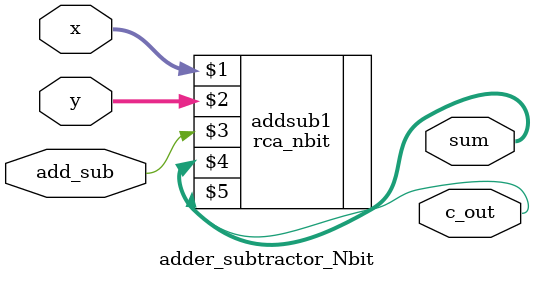
<source format=v>
`timescale 1ns / 1ps

// Author : Venu Pabbuleti 
// ID     : N180116
//Branch  : ECE
//Project : RTL design using Verilog
//Design  : Adder and Subtractor N bit
//Module  : adder_subtractor_Nbit
//RGUKT NUZVID 
//////////////////////////////////////////////////////////////////////////////////


module adder_subtractor_Nbit#(parameter N=4)(x,y,add_sub,sum,c_out);
input [N-1:0]x,y;
input add_sub;
output [N-1:0]sum;
output c_out;

wire  [N-1:0]xored_y;

genvar k;
generate
	for(k=0; k<N; k=k+1)
	begin
		assign xored_y[k] = y[k] ^ add_sub;
	end
endgenerate

rca_nbit #(N) addsub1 (x,y,add_sub,sum,c_out);

endmodule
</source>
